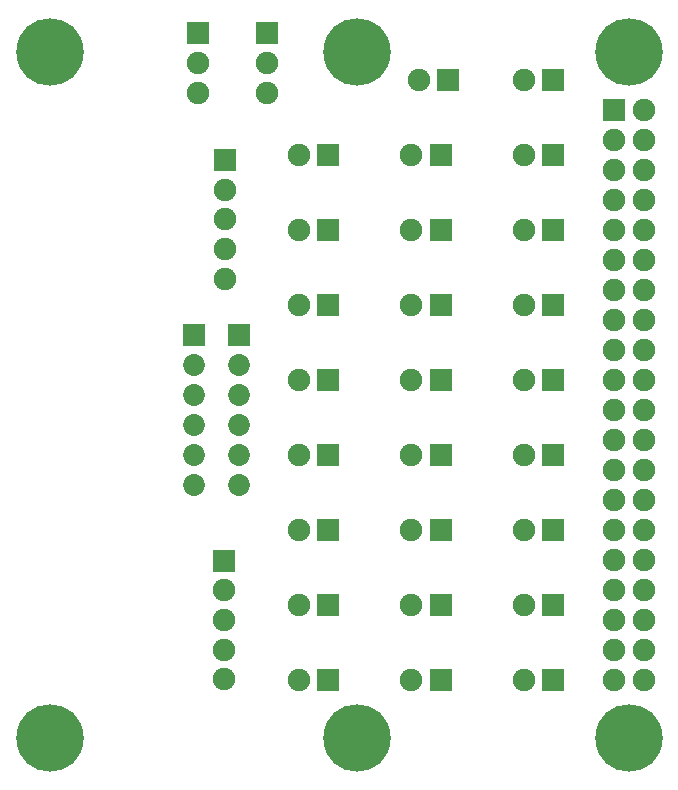
<source format=gbs>
G04 Layer_Color=16711935*
%FSLAX25Y25*%
%MOIN*%
G70*
G01*
G75*
%ADD23R,0.07493X0.07493*%
%ADD24C,0.07493*%
%ADD25R,0.07493X0.07493*%
%ADD26C,0.22453*%
%ADD27C,0.07296*%
%ADD28R,0.07296X0.07296*%
D23*
X-25079Y55000D02*
D03*
X-62579Y80000D02*
D03*
X-60079Y105000D02*
D03*
X-25079D02*
D03*
Y80000D02*
D03*
X-100079D02*
D03*
X-62579Y55000D02*
D03*
Y30000D02*
D03*
X-100079D02*
D03*
Y55000D02*
D03*
Y5000D02*
D03*
X-25079Y30000D02*
D03*
Y-70000D02*
D03*
X-62579Y-20000D02*
D03*
X-25079Y5000D02*
D03*
X-100079Y-95000D02*
D03*
Y-20000D02*
D03*
X-62579Y5000D02*
D03*
Y-45000D02*
D03*
X-25079Y-20000D02*
D03*
X-62579Y-70000D02*
D03*
X-100079Y-45000D02*
D03*
X-62579Y-95000D02*
D03*
X-25079Y-45000D02*
D03*
Y-95000D02*
D03*
X-100079Y-70000D02*
D03*
D24*
X-34921Y55000D02*
D03*
X-72421Y80000D02*
D03*
X-69921Y105000D02*
D03*
X-34921D02*
D03*
X5000Y95000D02*
D03*
X-5000Y85000D02*
D03*
X5000D02*
D03*
X-5000Y75000D02*
D03*
X5000D02*
D03*
X-5000Y65000D02*
D03*
X5000D02*
D03*
X-5000Y55000D02*
D03*
X5000D02*
D03*
X-5000Y45000D02*
D03*
X5000D02*
D03*
X-5000Y35000D02*
D03*
X5000D02*
D03*
X-5000Y25000D02*
D03*
X5000D02*
D03*
X-5000Y15000D02*
D03*
X5000D02*
D03*
X-5000Y5000D02*
D03*
X5000D02*
D03*
X-5000Y-5000D02*
D03*
X5000D02*
D03*
X-5000Y-15000D02*
D03*
X5000D02*
D03*
X-5000Y-25000D02*
D03*
X5000D02*
D03*
X-5000Y-35000D02*
D03*
X5000D02*
D03*
X-5000Y-45000D02*
D03*
X5000D02*
D03*
X-5000Y-55000D02*
D03*
X5000D02*
D03*
X-5000Y-65000D02*
D03*
X5000D02*
D03*
X-5000Y-75000D02*
D03*
X5000D02*
D03*
X-5000Y-85000D02*
D03*
X5000D02*
D03*
X-5000Y-95000D02*
D03*
X5000D02*
D03*
X-34921Y80000D02*
D03*
X-109921D02*
D03*
X-72421Y55000D02*
D03*
Y30000D02*
D03*
X-109921D02*
D03*
Y55000D02*
D03*
Y5000D02*
D03*
X-34921Y30000D02*
D03*
Y-70000D02*
D03*
X-72421Y-20000D02*
D03*
X-34921Y5000D02*
D03*
X-109921Y-95000D02*
D03*
Y-20000D02*
D03*
X-72421Y5000D02*
D03*
Y-45000D02*
D03*
X-34921Y-20000D02*
D03*
X-135000Y-94685D02*
D03*
Y-84842D02*
D03*
Y-75000D02*
D03*
Y-65158D02*
D03*
X-72421Y-70000D02*
D03*
X-109921Y-45000D02*
D03*
X-72421Y-95000D02*
D03*
X-34921Y-45000D02*
D03*
Y-95000D02*
D03*
X-109921Y-70000D02*
D03*
X-120500Y110500D02*
D03*
Y100500D02*
D03*
X-134500Y38815D02*
D03*
Y48658D02*
D03*
Y58500D02*
D03*
Y68343D02*
D03*
X-143500Y110500D02*
D03*
Y100500D02*
D03*
D25*
X-5000Y95000D02*
D03*
X-135000Y-55315D02*
D03*
X-120500Y120500D02*
D03*
X-134500Y78185D02*
D03*
X-143500Y120500D02*
D03*
D26*
X0Y114173D02*
D03*
Y-114173D02*
D03*
X-90551D02*
D03*
Y114173D02*
D03*
X-192913D02*
D03*
Y-114173D02*
D03*
D27*
X-130000Y-30000D02*
D03*
Y-20000D02*
D03*
Y-10000D02*
D03*
Y0D02*
D03*
Y10000D02*
D03*
X-145000Y-30000D02*
D03*
Y-20000D02*
D03*
Y-10000D02*
D03*
Y0D02*
D03*
Y10000D02*
D03*
D28*
X-130000Y20000D02*
D03*
X-145000D02*
D03*
M02*

</source>
